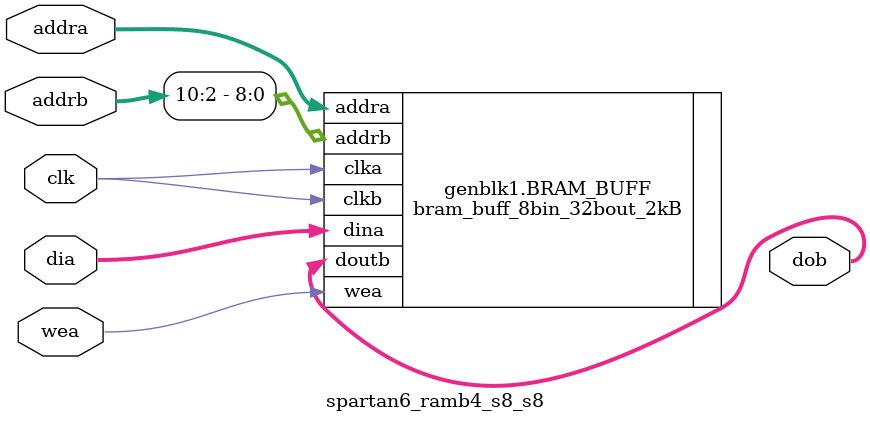
<source format=v>

`include "timescale.v"
// synopsys translate_on
`include "can_defines.v"

module can_fifo
( 
  clk,
  rst,

  wr,
  data_in,
  
  addr,
  data_out,
  fifo_selected,
  reading_data,

  reset_mode,
  release_buffer,
  extended_mode,
  overrun,
  info_empty,
  info_cnt,
  fifo_info_size

`ifdef CAN_BIST
  ,
  mbist_si_i,
  mbist_so_o,
  mbist_ctrl_i
`endif
);

parameter 	Tp = 1;
parameter 	RX_FIFO_BRAM_NUM 	= 1;

localparam	RX_FIFO_SIZE_BASE		= (RX_FIFO_BRAM_NUM == 0) ? (6) : (1 * 11);//(RX_FIFO_BRAM_NUM * 11);
localparam	RX_FIFO_SIZE_IN_BYTES 	= (RX_FIFO_BRAM_NUM == 0) ? (64) : (1 * 2048);//(RX_FIFO_BRAM_NUM * 2048);

localparam INFO_CNT_WDTH 		= (RX_FIFO_SIZE_BASE - 3);
localparam INFO_FULL_LEVEL 		= (RX_FIFO_SIZE_IN_BYTES/16);
localparam FIFO_RW_ADDR_WDTH	= (RX_FIFO_SIZE_BASE);


input         clk;
input         rst;
input         wr;
input   [7:0] data_in;
input   [5:0] addr;
input         reset_mode;
input         release_buffer;
input         extended_mode;
input         fifo_selected;

//output  [7:0] data_out;
output  [31:0] data_out;//Modified 2017-04-18
output        overrun;
output        info_empty;
output  [31:0] info_cnt;
output 	[31:0] fifo_info_size;

output		reading_data;

`ifdef CAN_BIST
input         mbist_si_i;
output        mbist_so_o;
input [`CAN_MBIST_CTRL_WIDTH - 1:0] mbist_ctrl_i;       // bist chain shift control
wire          mbist_s_0;
`endif

//`ifdef ALTERA_RAM
//`else
//`ifdef ACTEL_APA_RAM
//`else
//`ifdef XILINX_RAM
//`else
//`ifdef ARTISAN_RAM
//  reg           overrun_info[0:63];
//`else
//`ifdef VIRTUALSILICON_RAM
//  reg           overrun_info[0:63];
//`else
//  reg     [7:0] fifo [0:63];
//  reg     [3:0] length_fifo[0:63];
//  reg           overrun_info[0:63];
//`endif
//`endif
//`endif
//`endif
//`endif

reg     [FIFO_RW_ADDR_WDTH-1:0] rd_pointer;
reg     [FIFO_RW_ADDR_WDTH-1:0] wr_pointer;
reg     [FIFO_RW_ADDR_WDTH-1:0] read_address;
//reg     [5:0] wr_info_pointer;
//reg     [5:0] rd_info_pointer;
reg           wr_q;
//reg     [4:0] len_cnt;
reg     [FIFO_RW_ADDR_WDTH:0] fifo_cnt;
reg     [INFO_CNT_WDTH-1:0] info_cnt_reg;
reg           latch_overrun;
//reg           initialize_memories;

wire    [4:0] length_info;
wire          write_length_info;
wire          fifo_empty;
wire          fifo_full;
wire          info_full;

assign write_length_info = (~wr) & wr_q;

// Delayed write signal
always @ (posedge clk or posedge rst)
begin
  if (rst)
    wr_q <=#Tp 1'b0;
  else if (reset_mode)
    wr_q <=#Tp 1'b0;
  else
    wr_q <=#Tp wr;
end


//// length counter
//always @ (posedge clk or posedge rst)
//begin
//  if (rst)
//    len_cnt <= 5'h0;
//  else if (reset_mode | write_length_info)
//    len_cnt <=#Tp 5'h0;
//  else if (wr & (~fifo_full))
//    len_cnt <=#Tp len_cnt + 1'b1;
//end


//// wr_info_pointer
//always @ (posedge clk or posedge rst)
//begin
//  if (rst)
//    wr_info_pointer <= 6'h0;
//  else if (write_length_info & (~info_full) | initialize_memories)
//    wr_info_pointer <=#Tp wr_info_pointer + 1'b1;
//  else if (reset_mode)
//    wr_info_pointer <=#Tp rd_info_pointer;
//end



//// rd_info_pointer
//always @ (posedge clk or posedge rst)
//begin
//  if (rst)
//    rd_info_pointer <= 6'h0;
//  else if (release_buffer & (~info_full))
//    rd_info_pointer <=#Tp rd_info_pointer + 1'b1;
//end


// rd_pointer
always @ (posedge clk or posedge rst)
begin
  if (rst)
    rd_pointer <= {(FIFO_RW_ADDR_WDTH){1'b0}};
  else if (release_buffer & (~fifo_empty))
    rd_pointer <=#Tp rd_pointer + {{(FIFO_RW_ADDR_WDTH-5){1'b0}}, length_info};
end


// wr_pointer
always @ (posedge clk or posedge rst)
begin
  if (rst)
    wr_pointer <= {(FIFO_RW_ADDR_WDTH){1'b0}};
  else if (reset_mode)
    wr_pointer <=#Tp rd_pointer;
  else if (wr & (~fifo_full))
    wr_pointer <=#Tp wr_pointer + 1'b1;
end


// latch_overrun
always @ (posedge clk or posedge rst)
begin
  if (rst)
    latch_overrun <= 1'b0;
  else if (reset_mode | write_length_info)
    latch_overrun <=#Tp 1'b0;
  else if (wr & fifo_full)
    latch_overrun <=#Tp 1'b1;
end


// Counting data in fifo
always @ (posedge clk or posedge rst)
begin
  if (rst)
    fifo_cnt <= {(FIFO_RW_ADDR_WDTH+1){1'b0}};
  else if (reset_mode)
    fifo_cnt <=#Tp {(FIFO_RW_ADDR_WDTH+1){1'b0}};
  else if (wr & (~release_buffer) & (~fifo_full))
    fifo_cnt <=#Tp fifo_cnt + 1'b1;
  else if ((~wr) & release_buffer & (~fifo_empty))
    fifo_cnt <=#Tp fifo_cnt - {{(FIFO_RW_ADDR_WDTH-4){1'b0}}, length_info};
  else if (wr & release_buffer & (~fifo_full) & (~fifo_empty))
    fifo_cnt <=#Tp fifo_cnt - {{(FIFO_RW_ADDR_WDTH-4){1'b0}}, length_info} + 1'b1;
end

assign fifo_full = 	(fifo_cnt == RX_FIFO_SIZE_IN_BYTES);
assign fifo_empty = (fifo_cnt == {(FIFO_RW_ADDR_WDTH+1){1'b0}});


// Counting data in length_fifo and overrun_info fifo
always @ (posedge clk or posedge rst)
begin
  if (rst)
    info_cnt_reg <=#Tp {(INFO_CNT_WDTH){1'b0}};
  else if (reset_mode)
    info_cnt_reg <=#Tp {(INFO_CNT_WDTH){1'b0}};
  else if (write_length_info ^ release_buffer)
    begin
      if (release_buffer & (~info_empty))
        info_cnt_reg <=#Tp info_cnt_reg - 1'b1;
      else if (write_length_info & (~info_full))
        info_cnt_reg <=#Tp info_cnt_reg + 1'b1;
    end
end
        
assign info_full = (info_cnt_reg == INFO_FULL_LEVEL);
assign info_empty = (info_cnt_reg == {(INFO_CNT_WDTH){1'b0}});
assign info_cnt = {{(32-INFO_CNT_WDTH){1'b0}}, info_cnt_reg};
assign fifo_info_size = {{(32-INFO_CNT_WDTH){1'b0}}, INFO_FULL_LEVEL};
// Added 2017-04-18
// Selecting which address will be used for reading data from rx fifo
//make 4 readings
wire 	[7:0] 	data_d8_out;
wire 	[31:0]	data_d32_tmp_out;
reg		[5:0]	data_rd_counter;
//
reg		[31:0]	data_d32_out;
reg		fifo_reading_frame;
reg		fifo_selected_dff;
wire	fifo_selected_str;

assign fifo_selected_str = (~fifo_selected_dff) & ( fifo_selected);


generate
    if(RX_FIFO_BRAM_NUM == 0)
	begin
	
		reg		[5:0]	addr_tmp;
		
		assign data_d8_out = data_d32_tmp_out[7:0];
	
		always @ (posedge clk or posedge rst)
		begin
			if (rst)
			begin
				fifo_selected_dff <= 0;
				data_rd_counter <= 6'b0;
				fifo_reading_frame <= 0;
				data_d32_out <= 0;
			end
			else 
			begin
				fifo_selected_dff <=#Tp  fifo_selected;
				case(data_rd_counter)
				6'h00:
				begin
					if(fifo_selected_str)
					begin
						addr_tmp <=#Tp  6'b0;
						data_rd_counter <=#Tp  data_rd_counter + 1;
						fifo_reading_frame <=#Tp  1;
						data_d32_out <=#Tp  data_d32_out;
					end
					else
					begin
						addr_tmp <=#Tp 6'b0;
						data_rd_counter <=#Tp 6'h00;
						fifo_reading_frame <=#Tp 0;
						data_d32_out <=#Tp data_d32_out;
					end
				end
				6'h01:
				begin
					addr_tmp <=#Tp addr_tmp + 1;
					data_rd_counter <=#Tp data_rd_counter + 1;
					fifo_reading_frame <=#Tp fifo_reading_frame;
				end
				6'h02:
				begin
					data_d32_out[ 7: 0] <=#Tp data_d8_out;
					data_d32_out[31: 8] <=#Tp data_d32_out[31: 8];
					addr_tmp <=#Tp addr_tmp + 1;
					data_rd_counter <=#Tp data_rd_counter + 1;
					fifo_reading_frame <=#Tp fifo_reading_frame;
				end
				6'h03:
				begin
					data_d32_out[ 7: 0] <=#Tp data_d32_out[ 7: 0];
					data_d32_out[15: 8] <=#Tp data_d8_out;
					data_d32_out[31:16] <=#Tp data_d32_out[31:16];
					addr_tmp <=#Tp addr_tmp + 1;
					data_rd_counter <=#Tp data_rd_counter + 1;
					fifo_reading_frame <=#Tp fifo_reading_frame;
				end
				6'h04:
				begin
					data_d32_out[15: 0] <=#Tp data_d32_out[15: 0];
					data_d32_out[23:16] <=#Tp data_d8_out;
					data_d32_out[31:24] <=#Tp data_d32_out[31:24];
					addr_tmp <=#Tp 0;
					data_rd_counter <=#Tp data_rd_counter + 1;
					fifo_reading_frame <=#Tp fifo_reading_frame;	
				end
				6'h05:
				begin
					data_d32_out[23: 0] <=#Tp data_d32_out[23: 0];
					data_d32_out[31:24] <=#Tp data_d8_out;
					addr_tmp <=#Tp 0;
					data_rd_counter <=#Tp 0;
					fifo_reading_frame <=#Tp 0;
				end
				default:
				begin
					addr_tmp <=#Tp 6'b0;
					data_rd_counter <=#Tp 6'h00;
					fifo_reading_frame <=#Tp 0;
					data_d32_out <=#Tp data_d32_out;
				end
				endcase
			end
		end
		
		always @ (extended_mode or rd_pointer or addr or addr_tmp)
		begin
		if (extended_mode)      // extended mode
			read_address = rd_pointer + (addr - 12'd16) + addr_tmp;
		else                    // normal mode
			read_address = rd_pointer + (addr - 12'd20) + addr_tmp;
		end
	
	end
	else
	begin
	
		always @ (posedge clk or posedge rst)
		begin
			if (rst)
			begin
				fifo_selected_dff <= 0;
				data_rd_counter <= 6'b0;
				fifo_reading_frame <= 0;
				data_d32_out <= 0;
			end
			else 
			begin
				fifo_selected_dff <=#Tp  fifo_selected;
				case(data_rd_counter)
				6'h00:
				begin
					if(fifo_selected_str)
					begin
						data_rd_counter <=#Tp  data_rd_counter + 1;
						fifo_reading_frame <=#Tp  1;
						data_d32_out <=#Tp  data_d32_out;
					end
					else
					begin
						data_rd_counter <=#Tp 6'h00;
						fifo_reading_frame <=#Tp 0;
						data_d32_out <=#Tp data_d32_out;
					end
				end
				6'h01:
				begin
					data_rd_counter <=#Tp data_rd_counter + 1;
					fifo_reading_frame <=#Tp fifo_reading_frame;
					data_d32_out <=#Tp data_d32_out;
				end
				6'h02:
				begin
					data_rd_counter <=#Tp data_rd_counter + 1;
					fifo_reading_frame <=#Tp fifo_reading_frame;
					data_d32_out <=#Tp data_d32_out;
				end
				6'h03:
				begin
					data_rd_counter <=#Tp data_rd_counter + 1;
					fifo_reading_frame <=#Tp fifo_reading_frame;
					data_d32_out <=#Tp data_d32_out;
				end
				6'h04:
				begin
					data_rd_counter <=#Tp data_rd_counter + 1;
					fifo_reading_frame <=#Tp fifo_reading_frame;
					data_d32_out <=#Tp data_d32_out;
				end
				6'h05:
				begin
					data_rd_counter <=#Tp 6'h00;
					fifo_reading_frame <=#Tp 0;
					data_d32_out <=#Tp data_d32_tmp_out;
				end
				default:
				begin
					data_rd_counter <=#Tp 6'h00;
					fifo_reading_frame <=#Tp 0;
					data_d32_out <=#Tp data_d32_out;
				end
				endcase
			end
		end
		
		always @ (extended_mode or rd_pointer or addr)
		begin
		if (extended_mode)      // extended mode
			read_address = rd_pointer + ({{(FIFO_RW_ADDR_WDTH-6){1'b0}}, addr} - 'd16);
		else                    // normal mode
			read_address = rd_pointer + ({{(FIFO_RW_ADDR_WDTH-6){1'b0}}, addr} - 'd20);
		end
	
	end
endgenerate



assign data_out = data_d32_out;
assign reading_data = ~fifo_reading_frame;

// always @ (extended_mode or rd_pointer or addr)
// begin
  // if (extended_mode)      // extended mode
    // read_address = rd_pointer + (addr - 6'd16);
  // else                    // normal mode
    // read_address = rd_pointer + (addr - 6'd20);
// end


//always @ (posedge clk or posedge rst)
//begin
//  if (rst)
//    initialize_memories <= 1'b1;
//  else if (&wr_info_pointer)
//    initialize_memories <=#Tp 1'b0;
//end


//`ifdef ALTERA_RAM
////  altera_ram_64x8_sync fifo
//  lpm_ram_dp fifo
//  (
//    .q         (data_out),
//    .rdclock   (clk),
//    .wrclock   (clk),
//    .data      (data_in),
//    .wren      (wr & (~fifo_full)),
//    .rden      (fifo_selected),
//    .wraddress (wr_pointer),
//    .rdaddress (read_address[10:2])
//  );
//  defparam fifo.lpm_width = 8;
//  defparam fifo.lpm_widthad = 6;
//  defparam fifo.lpm_numwords = 64;
//
//
////  altera_ram_64x4_sync info_fifo
//  lpm_ram_dp info_fifo
//  (
//    .q         (length_info),
//    .rdclock   (clk),
//    .wrclock   (clk),
//    .data      (len_cnt & {5{~initialize_memories}}),
//    .wren      (write_length_info & (~info_full) | initialize_memories),
//    .wraddress (wr_info_pointer),
//    .rdaddress (rd_info_pointer)
//  );
//  defparam info_fifo.lpm_width = 5;
//  defparam info_fifo.lpm_widthad = 6;
//  defparam info_fifo.lpm_numwords = 64;
//
//
////  altera_ram_64x1_sync overrun_fifo
//  lpm_ram_dp overrun_fifo
//  (
//    .q         (overrun),
//    .rdclock   (clk),
//    .wrclock   (clk),
//    .data      ((latch_overrun | (wr & fifo_full)) & (~initialize_memories)),
//    .wren      (write_length_info & (~info_full) | initialize_memories),
//    .wraddress (wr_info_pointer),
//    .rdaddress (rd_info_pointer)
//  );
//  defparam overrun_fifo.lpm_width = 1;
//  defparam overrun_fifo.lpm_widthad = 6;
//  defparam overrun_fifo.lpm_numwords = 64;
//
//`else
//`ifdef ACTEL_APA_RAM
//  actel_ram_64x8_sync fifo
//  (
//    .DO      (data_out),
//    .RCLOCK  (clk),
//    .WCLOCK  (clk),
//    .DI      (data_in),
//    .PO      (),                       // parity not used
//    .WRB     (~(wr & (~fifo_full))),
//    .RDB     (~fifo_selected),
//    .WADDR   (wr_pointer),
//    .RADDR   (read_address)
//  );
//
//
//  actel_ram_64x4_sync info_fifo
//  (
//    .DO      (length_info),
//    .RCLOCK  (clk),
//    .WCLOCK  (clk),
//    .DI      (len_cnt & {5{~initialize_memories}}),
//    .PO      (),                       // parity not used
//    .WRB     (~(write_length_info & (~info_full) | initialize_memories)),
//    .RDB     (1'b0),                   // always enabled
//    .WADDR   (wr_info_pointer),
//    .RADDR   (rd_info_pointer)
//  );
//
//
//  actel_ram_64x1_sync overrun_fifo
//  (
//    .DO      (overrun),
//    .RCLOCK  (clk),
//    .WCLOCK  (clk),
//    .DI      ((latch_overrun | (wr & fifo_full)) & (~initialize_memories)),
//    .PO      (),                       // parity not used
//    .WRB     (~(write_length_info & (~info_full) | initialize_memories)),
//    .RDB     (1'b0),                   // always enabled
//    .WADDR   (wr_info_pointer),
//    .RADDR   (rd_info_pointer)
//  );
//`else
`ifdef XILINX_RAM

//spartan6_ramb4_s8_s8
//#(
//	.wdth(8)
//)
//fifo
//(
//	.doa(),
//	.dob(data_d8_out),//.dob(data_out),
//	//
//	.addra({3'h0, wr_pointer}),
//	.addrb({3'h0, read_address}),
//	.clka(clk),
//	.clkb(clk),
//	.dia(data_in),
//	.dib(8'h0),
//	.ena(1'b1),
//	.enb(1'b1),
//	.rsta(1'b0),
//	.rstb(1'b0),
//	.wea(wr & (~fifo_full)),
//	.web(1'b0)	
//);

//generate
//    if(RX_FIFO_SIZE_BASE == 0)
        // instantiate a CLA multiplier
//    else
        
//endgenerate

spartan6_ramb4_s8_s8
#(
	.size_base(RX_FIFO_SIZE_BASE)
)
fifo_rx_inst
(
	.dob(data_d32_tmp_out),
	.addra(wr_pointer),
	.addrb(read_address),
	.clk(clk),
	.dia(data_in),
	.wea(wr & (~fifo_full))
);

//generate
//    if(RX_FIFO_SIZE_BASE == 0)
//	begin
//        		
//		slicebuf8b512wDualPort
//		BRAM_BUFF(
//			.a(wr_pointer),
//			.d(data_in),
//			.dpra(addrb),
//			.clk(clk),
//			.we(wr & (~fifo_full)),
//			.qdpo_clk(clk),
//			//.qspo(doa),
//			.qdpo(data_d8_out)
//		);
//		
//	end
//    else
//	begin
//	
////	BLK_MEM_GEN_V7_3 #(
////		.C_ADDRA_WIDTH(RX_FIFO_SIZE_BASE),
////		.C_ADDRB_WIDTH(RX_FIFO_SIZE_BASE-2),
////		.C_ALGORITHM(1),
////		.C_AXI_ID_WIDTH(4),
////		.C_AXI_SLAVE_TYPE(0),
////		.C_AXI_TYPE(1),
////		.C_BYTE_SIZE(9),
////		.C_COMMON_CLK(1),
////		.C_DEFAULT_DATA("0"),
////		.C_DISABLE_WARN_BHV_COLL(0),
////		.C_DISABLE_WARN_BHV_RANGE(0),
////		.C_ENABLE_32BIT_ADDRESS(0),
////		.C_FAMILY("spartan6"),
////		.C_HAS_AXI_ID(0),
////		.C_HAS_ENA(0),
////		.C_HAS_ENB(0),
////		.C_HAS_INJECTERR(0),
////		.C_HAS_MEM_OUTPUT_REGS_A(0),
////		.C_HAS_MEM_OUTPUT_REGS_B(0),
////		.C_HAS_MUX_OUTPUT_REGS_A(0),
////		.C_HAS_MUX_OUTPUT_REGS_B(0),
////		.C_HAS_REGCEA(0),
////		.C_HAS_REGCEB(0),
////		.C_HAS_RSTA(0),
////		.C_HAS_RSTB(0),
////		.C_HAS_SOFTECC_INPUT_REGS_A(0),
////		.C_HAS_SOFTECC_OUTPUT_REGS_B(0),
////		.C_INIT_FILE("BlankString"),
////		.C_INIT_FILE_NAME("no_coe_file_loaded"),
////		.C_INITA_VAL("0"),
////		.C_INITB_VAL("0"),
////		.C_INTERFACE_TYPE(0),
////		.C_LOAD_INIT_FILE(0),
////		.C_MEM_TYPE(1),
////		.C_MUX_PIPELINE_STAGES(0),
////		.C_PRIM_TYPE(1),
////		.C_READ_DEPTH_A(RX_FIFO_SIZE_IN_BYTES),
////		.C_READ_DEPTH_B(RX_FIFO_SIZE_IN_BYTES/4),
////		.C_READ_WIDTH_A(8),
////		.C_READ_WIDTH_B(32),
////		.C_RST_PRIORITY_A("CE"),
////		.C_RST_PRIORITY_B("CE"),
////		.C_RST_TYPE("SYNC"),
////		.C_RSTRAM_A(0),
////		.C_RSTRAM_B(0),
////		.C_SIM_COLLISION_CHECK("ALL"),
////		.C_USE_BRAM_BLOCK(0),
////		.C_USE_BYTE_WEA(0),
////		.C_USE_BYTE_WEB(0),
////		.C_USE_DEFAULT_DATA(0),
////		.C_USE_ECC(0),
////		.C_USE_SOFTECC(0),
////		.C_WEA_WIDTH(1),
////		.C_WEB_WIDTH(1),
////		.C_WRITE_DEPTH_A(RX_FIFO_SIZE_IN_BYTES),
////		.C_WRITE_DEPTH_B(RX_FIFO_SIZE_IN_BYTES/4),
////		.C_WRITE_MODE_A("READ_FIRST"),
////		.C_WRITE_MODE_B("READ_FIRST"),
////		.C_WRITE_WIDTH_A(8),
////		.C_WRITE_WIDTH_B(32),
////		.C_XDEVICEFAMILY("spartan6")
////	)
////	inst_fifo_rx (
////		.CLKA(clk),
////		.WEA(wr & (~fifo_full)),
////		.ADDRA(wr_pointer),
////		.DINA(data_in),
////		.CLKB(clk),
////		.ADDRB(read_address[FIFO_RW_ADDR_WDTH-1:2]),
////		.DOUTB(data_d32_tmp_out),
////		.RSTA(),
////		.ENA(),
////		.REGCEA(),
////		.DOUTA(),
////		.RSTB(),
////		.ENB(),
////		.REGCEB(),
////		.WEB(),
////		.DINB(),
////		.INJECTSBITERR(),
////		.INJECTDBITERR(),
////		.SBITERR(),
////		.DBITERR(),
////		.RDADDRECC(),
////		.S_ACLK(),
////		.S_ARESETN(),
////		.S_AXI_AWID(),
////		.S_AXI_AWADDR(),
////		.S_AXI_AWLEN(),
////		.S_AXI_AWSIZE(),
////		.S_AXI_AWBURST(),
////		.S_AXI_AWVALID(),
////		.S_AXI_AWREADY(),
////		.S_AXI_WDATA(),
////		.S_AXI_WSTRB(),
////		.S_AXI_WLAST(),
////		.S_AXI_WVALID(),
////		.S_AXI_WREADY(),
////		.S_AXI_BID(),
////		.S_AXI_BRESP(),
////		.S_AXI_BVALID(),
////		.S_AXI_BREADY(),
////		.S_AXI_ARID(),
////		.S_AXI_ARADDR(),
////		.S_AXI_ARLEN(),
////		.S_AXI_ARSIZE(),
////		.S_AXI_ARBURST(),
////		.S_AXI_ARVALID(),
////		.S_AXI_ARREADY(),
////		.S_AXI_RID(),
////		.S_AXI_RDATA(),
////		.S_AXI_RRESP(),
////		.S_AXI_RLAST(),
////		.S_AXI_RVALID(),
////		.S_AXI_RREADY(),
////		.S_AXI_INJECTSBITERR(),
////		.S_AXI_INJECTDBITERR(),
////		.S_AXI_SBITERR(),
////		.S_AXI_DBITERR(),
////		.S_AXI_RDADDRECC()
////	);
//		// BRAM MEM
//		bram_buff_8bin_32bout_2kB
//		BRAM_BUFF(
//			.clka(clk),
//			.wea(wr & (~fifo_full)),
//			.addra(wr_pointer),//TODO
//			.dina(data_in),//8bits
//			.clkb(clk),
//			.addrb(read_address[FIFO_RW_ADDR_WDTH-1:2]),//TODO
//			.doutb(data_d32_tmp_out) //32 bits
//		);
//	end
//	
//endgenerate


//  RAMB4_S8_S8 fifo
//  (
//    .DOA(),
//    .DOB(data_out),
//    .ADDRA({3'h0, wr_pointer}),
//    .CLKA(clk),
//    .DIA(data_in),
//    .ENA(1'b1),
//    .RSTA(1'b0),
//    .WEA(wr & (~fifo_full)),
//    .ADDRB({3'h0, read_address}),
//    .CLKB(clk),
//    .DIB(8'h0),
//    .ENB(1'b1),
//    .RSTB(1'b0),
//    .WEB(1'b0)
//  );

/* spartan6_ramb4_s8_s8
#(
	.wdth(5)
)
info_fifo
(
	.doa(),
	.dob(length_info),
	//
	.addra({4'h0, wr_info_pointer}),
	.addrb({4'h0, rd_info_pointer}),
	.clka(clk),
	.clkb(clk),
	.dia(len_cnt & {5{~initialize_memories}}),
	.dib(8'h0),
	.ena(1'b1),
	.enb(1'b1),
	.rsta(1'b0),
	.rstb(1'b0),
	.wea(write_length_info & (~info_full) | initialize_memories),
	.web(1'b0)	
); */

assign length_info = 5'd16;

//
//  RAMB4_S4_S4 info_fifo
//  (
//    .DOA(),
//    .DOB(length_info),
//    .ADDRA({4'h0, wr_info_pointer}),
//    .CLKA(clk),
//    .DIA(len_cnt & {4{~initialize_memories}}),
//    .ENA(1'b1),
//    .RSTA(1'b0),
//    .WEA(write_length_info & (~info_full) | initialize_memories),
//    .ADDRB({4'h0, rd_info_pointer}),
//    .CLKB(clk),
//    .DIB(4'h0),
//    .ENB(1'b1),
//    .RSTB(1'b0),
//    .WEB(1'b0)
//  );


//spartan6_ramb4_s8_s8
//#(
//	.wdth(1)
//)
//overrun_fifo
//(
//	.doa(),
//	.dob(overrun),
//	//
//	.addra({6'h0, wr_info_pointer}),
//	.addrb({6'h0, rd_info_pointer}),
//	.clka(clk),
//	.clkb(clk),
//	.dia((latch_overrun | (wr & fifo_full)) & (~initialize_memories)),
//	.dib(8'h0),
//	.ena(1'b1),
//	.enb(1'b1),
//	.rsta(1'b0),
//	.rstb(1'b0),
//	.wea(write_length_info & (~info_full) | initialize_memories),
//	.web(1'b0)	
//);

assign overrun = latch_overrun | (wr & fifo_full);

//  RAMB4_S1_S1 overrun_fifo
//  (
//    .DOA(),
//    .DOB(overrun),
//    .ADDRA({6'h0, wr_info_pointer}),
//    .CLKA(clk),
//    .DIA((latch_overrun | (wr & fifo_full)) & (~initialize_memories)),
//    .ENA(1'b1),
//    .RSTA(1'b0),
//    .WEA(write_length_info & (~info_full) | initialize_memories),
//    .ADDRB({6'h0, rd_info_pointer}),
//    .CLKB(clk),
//    .DIB(1'h0),
//    .ENB(1'b1),
//    .RSTB(1'b0),
//    .WEB(1'b0)
//  );


//`else
//`ifdef VIRTUALSILICON_RAM
//
//`ifdef CAN_BIST
//    vs_hdtp_64x8_bist fifo
//`else
//    vs_hdtp_64x8 fifo
//`endif
//    (
//        .RCK        (clk),
//        .WCK        (clk),
//        .RADR       (read_address),
//        .WADR       (wr_pointer),
//        .DI         (data_in),
//        .DOUT       (data_out),
//        .REN        (~fifo_selected),
//        .WEN        (~(wr & (~fifo_full)))
//    `ifdef CAN_BIST
//        ,
//        // debug chain signals
//        .mbist_si_i   (mbist_si_i),
//        .mbist_so_o   (mbist_s_0),
//        .mbist_ctrl_i   (mbist_ctrl_i)
//    `endif
//    );
//
//`ifdef CAN_BIST
//    vs_hdtp_64x4_bist info_fifo
//`else
//    vs_hdtp_64x4 info_fifo
//`endif
//    (
//        .RCK        (clk),
//        .WCK        (clk),
//        .RADR       (rd_info_pointer),
//        .WADR       (wr_info_pointer),
//        .DI         (len_cnt & {5{~initialize_memories}}),
//        .DOUT       (length_info),
//        .REN        (1'b0),
//        .WEN        (~(write_length_info & (~info_full) | initialize_memories))
//    `ifdef CAN_BIST
//        ,
//        // debug chain signals
//        .mbist_si_i   (mbist_s_0),
//        .mbist_so_o   (mbist_so_o),
//        .mbist_ctrl_i   (mbist_ctrl_i)
//    `endif
//    );
//
//    // overrun_info
//    always @ (posedge clk)
//    begin
//      if (write_length_info & (~info_full) | initialize_memories)
//        overrun_info[wr_info_pointer] <=#Tp (latch_overrun | (wr & fifo_full)) & (~initialize_memories);
//    end
//    
//    
//    // reading overrun
//    assign overrun = overrun_info[rd_info_pointer];
//
//`else
//`ifdef ARTISAN_RAM
//
//`ifdef CAN_BIST
//    art_hstp_64x8_bist fifo
//    (
//        .CLKR       (clk),
//        .CLKW       (clk),
//        .AR         (read_address),
//        .AW         (wr_pointer),
//        .D          (data_in),
//        .Q          (data_out),
//        .REN        (~fifo_selected),
//        .WEN        (~(wr & (~fifo_full))),
//        .mbist_si_i   (mbist_si_i),
//        .mbist_so_o   (mbist_s_0),
//        .mbist_ctrl_i   (mbist_ctrl_i)
//    );
//    art_hstp_64x4_bist info_fifo
//    (
//        .CLKR       (clk),
//        .CLKW       (clk),
//        .AR         (rd_info_pointer),
//        .AW         (wr_info_pointer),
//        .D          (len_cnt & {5{~initialize_memories}}),
//        .Q          (length_info),
//        .REN        (1'b0),
//        .WEN        (~(write_length_info & (~info_full) | initialize_memories)),
//        .mbist_si_i   (mbist_s_0),
//        .mbist_so_o   (mbist_so_o),
//        .mbist_ctrl_i   (mbist_ctrl_i)
//    );
//`else
//    art_hsdp_64x8 fifo
//    (
//        .CENA       (1'b0),
//        .CENB       (1'b0),
//        .CLKA       (clk),
//        .CLKB       (clk),
//        .AA         (read_address),
//        .AB         (wr_pointer),
//        .DA         (8'h00),
//        .DB         (data_in),
//        .QA         (data_out),
//        .QB         (),
//        .OENA       (~fifo_selected),
//        .OENB       (1'b1),
//        .WENA       (1'b1),
//        .WENB       (~(wr & (~fifo_full)))
//    );
//    art_hsdp_64x4 info_fifo
//    (
//        .CENA       (1'b0),
//        .CENB       (1'b0),
//        .CLKA       (clk),
//        .CLKB       (clk),
//        .AA         (rd_info_pointer),
//        .AB         (wr_info_pointer),
//        .DA         (4'h0),
//        .DB         (len_cnt & {4{~initialize_memories}}),
//        .QA         (length_info),
//        .QB         (),
//        .OENA       (1'b0),
//        .OENB       (1'b1),
//        .WENA       (1'b1),
//        .WENB       (~(write_length_info & (~info_full) | initialize_memories))
//    );
//`endif
//
//    // overrun_info
//    always @ (posedge clk)
//    begin
//      if (write_length_info & (~info_full) | initialize_memories)
//        overrun_info[wr_info_pointer] <=#Tp (latch_overrun | (wr & fifo_full)) & (~initialize_memories);
//    end
//    
//    
//    // reading overrun
//    assign overrun = overrun_info[rd_info_pointer];
//
//`else
//  // writing data to fifo
//  always @ (posedge clk)
//  begin
//    if (wr & (~fifo_full))
//      fifo[wr_pointer] <=#Tp data_in;
//  end
//
//  // reading from fifo
//  assign data_out = fifo[read_address];
//
//
//  // writing length_fifo
//  always @ (posedge clk)
//  begin
//    if (write_length_info & (~info_full) | initialize_memories)
//      length_fifo[wr_info_pointer] <=#Tp len_cnt & {4{~initialize_memories}};
//  end
//
//
//  // reading length_fifo
//  assign length_info = length_fifo[rd_info_pointer];
//
//  // overrun_info
//  always @ (posedge clk)
//  begin
//    if (write_length_info & (~info_full) | initialize_memories)
//      overrun_info[wr_info_pointer] <=#Tp (latch_overrun | (wr & fifo_full)) & (~initialize_memories);
//  end
//  
//  
//  // reading overrun
//  assign overrun = overrun_info[rd_info_pointer];
//
//
//`endif
//`endif
//`endif
//`endif
`endif





endmodule


//module spartan6_8bin_32bout_2kB
//		(
//			addr_out,
//			dout,
//			//
//			addra,
//			addrb,
//			clka,
//			clkb,
//			dia,
//			dib,
//			ena,
//			enb,
//			rsta,
//			rstb,
//			wea,
//			web
//
//		);
//		
//		parameter	wdth = 8;
//		
//			output /*reg*/ [wdth-1:0] doa;
//			output /*reg*/ [wdth-1:0] dob;
//			//
//			input [8:0] addra;
//			input [8:0] addrb;
//			input clka;
//			input clkb;
//			input [wdth-1:0] dia;
//			input [wdth-1:0] dib;
//			input ena;
//			input enb;
//			input rsta;
//			input rstb;
//			input wea;
//			input web;
//			
//	
//	bram_buff_8bin_32bout_2kB
//	BUFF(
//		.clka(),
//		.wea(),
//		.addra(),
//		.dina(),
//		.clkb(),
//		.addrb(),
//		.doutb()
//	);
//	BUFF(
//	.a(addra),
//	.d(dia),
//	.dpra(addrb),
//	.clk(clka),
//	.we(wea),
//	.qdpo_clk(clka),
//	.qspo(doa),
//	.qdpo(dob)
//	);
//			
//endmodule

module spartan6_ramb4_s8_s8
	(
		dob,
		addra,
		addrb,
		clk,
		dia,
		wea
	);
	
	parameter	size_base = 11;

	localparam 	wdtha = 8;
	localparam  wdthb = 32;
	localparam	addra_base = (size_base < 11) ? (6) : (size_base);
	localparam	addrb_base = (size_base < 11) ? (6) : (size_base);
	localparam	ram_size_bytes = (1 << addra_base);

	output [wdthb-1:0] dob;
	input [addra_base-1:0] addra;
	input [addrb_base-1:0] addrb;
	input clk;
	input [wdtha-1:0] dia;
	input wea;

	generate
	if (size_base < 11)
	begin

		slicebuf8b512wDualPort
		BRAM_BUFF(
			.a(addra),
			.d(dia),
			.dpra(addrb),
			.clk(clk),
			.we(wea),
			.qdpo_clk(clk),
			//.qspo(doa),
			.qdpo(dob[7:0])
		);
		assign dob[31:8] = 0;
	end
	else
	begin
	
		bram_buff_8bin_32bout_2kB
		BRAM_BUFF(
			.clka(clk),
			.wea(wea),
			.addra(addra),//TODO
			.dina(dia),//8bits
			.clkb(clk),
			.addrb(addrb[addrb_base-1:2]),//TODO
			.doutb(dob) //32 bits
		);
		
	end
	endgenerate
		
endmodule

</source>
